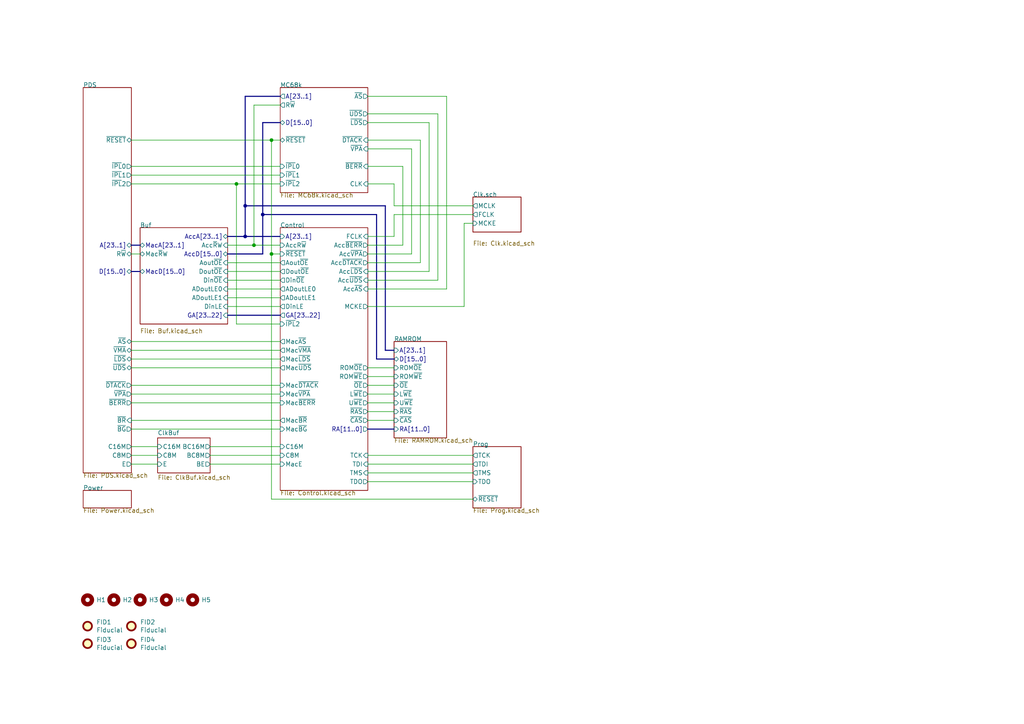
<source format=kicad_sch>
(kicad_sch (version 20230121) (generator eeschema)
  (paper "A4")
  (title_block (title "WarpSE (GW4410A)") (date "2024-03-27") (rev "1.0") (company "Garrett's Workshop"))
  (lib_symbols
    (symbol "Mechanical:Fiducial"
      (property "Reference" "FID" (at 0 5.08 0))
      (property "Value" "Fiducial" (at 0 3.175 0))
      (symbol "Fiducial_0_1"
        (circle (center 0 0) (radius 1.27) (stroke (width 0.508)) (fill (type background)))
      )
    )
    (symbol "Mechanical:MountingHole" (pin_names (offset 1.016))
      (property "Reference" "H" (at 0 5.08 0))
      (property "Value" "MountingHole" (at 0 3.175 0))
      (symbol "MountingHole_0_1"
        (circle (center 0 0) (radius 1.27) (stroke (width 1.27)))
      )
    )
  )
  (junction (at 73.66 71.12))
  (junction (at 78.74 73.66))
  (junction (at 71.12 59.69))
  (junction (at 68.58 53.34))
  (junction (at 71.12 68.58))
  (junction (at 76.2 62.23))
  (junction (at 78.74 40.64))
  (bus (pts (xy 71.12 27.94) (xy 71.12 59.69)))
  (wire (pts (xy 66.04 83.82) (xy 81.28 83.82)))
  (wire (pts (xy 38.1 134.62) (xy 45.72 134.62)))
  (wire (pts (xy 129.54 27.94) (xy 129.54 83.82)))
  (bus (pts (xy 109.22 62.23) (xy 76.2 62.23)))
  (wire (pts (xy 106.68 134.62) (xy 137.16 134.62)))
  (bus (pts (xy 71.12 59.69) (xy 71.12 68.58)))
  (wire (pts (xy 68.58 53.34) (xy 81.28 53.34)))
  (wire (pts (xy 106.68 27.94) (xy 129.54 27.94)))
  (wire (pts (xy 106.68 73.66) (xy 119.38 73.66)))
  (wire (pts (xy 78.74 40.64) (xy 81.28 40.64)))
  (wire (pts (xy 106.68 35.56) (xy 124.46 35.56)))
  (wire (pts (xy 73.66 30.48) (xy 81.28 30.48)))
  (wire (pts (xy 106.68 88.9) (xy 134.62 88.9)))
  (wire (pts (xy 66.04 78.74) (xy 81.28 78.74)))
  (wire (pts (xy 127 81.28) (xy 106.68 81.28)))
  (wire (pts (xy 106.68 109.22) (xy 114.3 109.22)))
  (wire (pts (xy 78.74 73.66) (xy 81.28 73.66)))
  (wire (pts (xy 38.1 50.8) (xy 81.28 50.8)))
  (wire (pts (xy 38.1 101.6) (xy 81.28 101.6)))
  (wire (pts (xy 124.46 35.56) (xy 124.46 78.74)))
  (wire (pts (xy 106.68 137.16) (xy 137.16 137.16)))
  (bus (pts (xy 38.1 78.74) (xy 40.64 78.74)))
  (wire (pts (xy 60.96 134.62) (xy 81.28 134.62)))
  (wire (pts (xy 38.1 114.3) (xy 81.28 114.3)))
  (wire (pts (xy 81.28 93.98) (xy 68.58 93.98)))
  (wire (pts (xy 106.68 33.02) (xy 127 33.02)))
  (wire (pts (xy 68.58 93.98) (xy 68.58 53.34)))
  (bus (pts (xy 81.28 35.56) (xy 76.2 35.56)))
  (bus (pts (xy 114.3 104.14) (xy 109.22 104.14)))
  (wire (pts (xy 106.68 121.92) (xy 114.3 121.92)))
  (bus (pts (xy 111.76 101.6) (xy 114.3 101.6)))
  (bus (pts (xy 66.04 91.44) (xy 81.28 91.44)))
  (wire (pts (xy 38.1 116.84) (xy 81.28 116.84)))
  (bus (pts (xy 71.12 68.58) (xy 81.28 68.58)))
  (bus (pts (xy 76.2 73.66) (xy 66.04 73.66)))
  (bus (pts (xy 38.1 71.12) (xy 40.64 71.12)))
  (wire (pts (xy 38.1 111.76) (xy 81.28 111.76)))
  (wire (pts (xy 38.1 121.92) (xy 81.28 121.92)))
  (wire (pts (xy 38.1 53.34) (xy 68.58 53.34)))
  (bus (pts (xy 71.12 59.69) (xy 111.76 59.69)))
  (wire (pts (xy 38.1 124.46) (xy 81.28 124.46)))
  (wire (pts (xy 106.68 114.3) (xy 114.3 114.3)))
  (wire (pts (xy 119.38 43.18) (xy 119.38 73.66)))
  (wire (pts (xy 38.1 48.26) (xy 81.28 48.26)))
  (wire (pts (xy 114.3 62.23) (xy 137.16 62.23)))
  (wire (pts (xy 106.68 119.38) (xy 114.3 119.38)))
  (wire (pts (xy 38.1 132.08) (xy 45.72 132.08)))
  (wire (pts (xy 106.68 43.18) (xy 119.38 43.18)))
  (bus (pts (xy 106.68 124.46) (xy 114.3 124.46)))
  (wire (pts (xy 73.66 30.48) (xy 73.66 71.12)))
  (wire (pts (xy 60.96 129.54) (xy 81.28 129.54)))
  (wire (pts (xy 73.66 71.12) (xy 66.04 71.12)))
  (wire (pts (xy 78.74 73.66) (xy 78.74 144.78)))
  (wire (pts (xy 114.3 53.34) (xy 114.3 59.69)))
  (wire (pts (xy 106.68 68.58) (xy 114.3 68.58)))
  (wire (pts (xy 106.68 139.7) (xy 137.16 139.7)))
  (wire (pts (xy 116.84 71.12) (xy 106.68 71.12)))
  (bus (pts (xy 111.76 59.69) (xy 111.76 101.6)))
  (wire (pts (xy 73.66 71.12) (xy 81.28 71.12)))
  (wire (pts (xy 137.16 64.77) (xy 134.62 64.77)))
  (wire (pts (xy 38.1 99.06) (xy 81.28 99.06)))
  (wire (pts (xy 106.68 111.76) (xy 114.3 111.76)))
  (bus (pts (xy 76.2 62.23) (xy 76.2 73.66)))
  (wire (pts (xy 66.04 86.36) (xy 81.28 86.36)))
  (wire (pts (xy 121.92 40.64) (xy 121.92 76.2)))
  (wire (pts (xy 60.96 132.08) (xy 81.28 132.08)))
  (wire (pts (xy 106.68 132.08) (xy 137.16 132.08)))
  (bus (pts (xy 81.28 27.94) (xy 71.12 27.94)))
  (wire (pts (xy 106.68 48.26) (xy 116.84 48.26)))
  (wire (pts (xy 38.1 40.64) (xy 78.74 40.64)))
  (bus (pts (xy 71.12 68.58) (xy 66.04 68.58)))
  (wire (pts (xy 106.68 116.84) (xy 114.3 116.84)))
  (wire (pts (xy 129.54 83.82) (xy 106.68 83.82)))
  (wire (pts (xy 114.3 62.23) (xy 114.3 68.58)))
  (wire (pts (xy 106.68 106.68) (xy 114.3 106.68)))
  (wire (pts (xy 124.46 78.74) (xy 106.68 78.74)))
  (bus (pts (xy 109.22 62.23) (xy 109.22 104.14)))
  (wire (pts (xy 116.84 48.26) (xy 116.84 71.12)))
  (wire (pts (xy 38.1 104.14) (xy 81.28 104.14)))
  (wire (pts (xy 66.04 88.9) (xy 81.28 88.9)))
  (wire (pts (xy 38.1 73.66) (xy 40.64 73.66)))
  (wire (pts (xy 78.74 144.78) (xy 137.16 144.78)))
  (wire (pts (xy 134.62 64.77) (xy 134.62 88.9)))
  (wire (pts (xy 66.04 76.2) (xy 81.28 76.2)))
  (wire (pts (xy 78.74 40.64) (xy 78.74 73.66)))
  (wire (pts (xy 106.68 40.64) (xy 121.92 40.64)))
  (bus (pts (xy 76.2 35.56) (xy 76.2 62.23)))
  (wire (pts (xy 127 33.02) (xy 127 81.28)))
  (wire (pts (xy 38.1 129.54) (xy 45.72 129.54)))
  (wire (pts (xy 114.3 59.69) (xy 137.16 59.69)))
  (wire (pts (xy 38.1 106.68) (xy 81.28 106.68)))
  (wire (pts (xy 66.04 81.28) (xy 81.28 81.28)))
  (wire (pts (xy 114.3 53.34) (xy 106.68 53.34)))
  (wire (pts (xy 121.92 76.2) (xy 106.68 76.2)))
  (symbol (lib_id "Mechanical:MountingHole") (at 55.88 173.99 0) (unit 1)
    (property "Reference" "H5" (at 58.42 173.99 0) (effects (justify left)))
    (property "Value" " " (at 58.42 175.006 0) (effects (justify left)))
    (property "Footprint" "stdpads:PasteHole_1.152mm_NPTH" (effects hide))
  )
  (symbol (lib_id "Mechanical:Fiducial") (at 25.4 181.61 0) (unit 1)
    (property "Reference" "FID1" (at 27.94 180.4416 0) (effects (justify left)))
    (property "Value" "Fiducial" (at 27.94 182.753 0) (effects (justify left)))
    (property "Footprint" "stdpads:Fiducial" (effects hide))
  )
  (symbol (lib_id "Mechanical:Fiducial") (at 38.1 181.61 0) (unit 1)
    (property "Reference" "FID2" (at 40.64 180.4416 0) (effects (justify left)))
    (property "Value" "Fiducial" (at 40.64 182.753 0) (effects (justify left)))
    (property "Footprint" "stdpads:Fiducial" (effects hide))
  )
  (symbol (lib_id "Mechanical:Fiducial") (at 25.4 186.69 0) (unit 1)
    (property "Reference" "FID3" (at 27.94 185.5216 0) (effects (justify left)))
    (property "Value" "Fiducial" (at 27.94 187.833 0) (effects (justify left)))
    (property "Footprint" "stdpads:Fiducial" (effects hide))
  )
  (symbol (lib_id "Mechanical:Fiducial") (at 38.1 186.69 0) (unit 1)
    (property "Reference" "FID4" (at 40.64 185.5216 0) (effects (justify left)))
    (property "Value" "Fiducial" (at 40.64 187.833 0) (effects (justify left)))
    (property "Footprint" "stdpads:Fiducial" (effects hide))
  )
  (symbol (lib_id "Mechanical:MountingHole") (at 25.4 173.99 0) (unit 1)
    (property "Reference" "H1" (at 27.94 173.99 0) (effects (justify left)))
    (property "Value" " " (at 27.94 175.006 0) (effects (justify left)))
    (property "Footprint" "stdpads:PasteHole_1.152mm_NPTH" (effects hide))
  )
  (symbol (lib_id "Mechanical:MountingHole") (at 33.02 173.99 0) (unit 1)
    (property "Reference" "H2" (at 35.56 173.99 0) (effects (justify left)))
    (property "Value" " " (at 35.56 175.006 0) (effects (justify left)))
    (property "Footprint" "stdpads:PasteHole_1.152mm_NPTH" (effects hide))
  )
  (symbol (lib_id "Mechanical:MountingHole") (at 40.64 173.99 0) (unit 1)
    (property "Reference" "H3" (at 43.18 173.99 0) (effects (justify left)))
    (property "Value" " " (at 43.18 175.006 0) (effects (justify left)))
    (property "Footprint" "stdpads:PasteHole_1.152mm_NPTH" (effects hide))
  )
  (symbol (lib_id "Mechanical:MountingHole") (at 48.26 173.99 0) (unit 1)
    (property "Reference" "H4" (at 50.8 173.99 0) (effects (justify left)))
    (property "Value" " " (at 50.8 175.006 0) (effects (justify left)))
    (property "Footprint" "stdpads:PasteHole_1.152mm_NPTH" (effects hide))
  )
  (sheet (at 24.13 25.4) (size 13.97 111.76)
    (property "Sheetname" "PDS" (at 24.13 25.4 0) (effects (justify left bottom)))
    (property "Sheetfile" "PDS.kicad_sch" (at 24.13 137.16 0) (effects (justify left top)))
    (pin "A[23..1]" bidirectional (at 38.1 71.12 0))
    (pin "D[15..0]" bidirectional (at 38.1 78.74 0))
    (pin "~{AS}" bidirectional (at 38.1 99.06 0))
    (pin "~{LDS}" bidirectional (at 38.1 104.14 0))
    (pin "~{UDS}" bidirectional (at 38.1 106.68 0))
    (pin "R~{W}" bidirectional (at 38.1 73.66 0))
    (pin "~{VMA}" bidirectional (at 38.1 101.6 0))
    (pin "~{VPA}" output (at 38.1 114.3 0))
    (pin "~{DTACK}" output (at 38.1 111.76 0))
    (pin "~{RESET}" bidirectional (at 38.1 40.64 0))
    (pin "~{IPL}0" output (at 38.1 48.26 0))
    (pin "~{IPL}1" output (at 38.1 50.8 0))
    (pin "~{IPL}2" output (at 38.1 53.34 0))
    (pin "~{BERR}" output (at 38.1 116.84 0))
    (pin "E" output (at 38.1 134.62 0))
    (pin "C8M" output (at 38.1 132.08 0))
    (pin "C16M" output (at 38.1 129.54 0))
    (pin "~{BG}" output (at 38.1 124.46 0))
    (pin "~{BR}" input (at 38.1 121.92 0))
  )
  (sheet (at 81.28 66.04) (size 25.4 76.2)
    (property "Sheetname" "Control" (at 81.28 66.04 0) (effects (justify left bottom)))
    (property "Sheetfile" "Control.kicad_sch" (at 81.28 142.24 0) (effects (justify left top)))
    (pin "~{RESET}" input (at 81.28 73.66 180))
    (pin "FCLK" input (at 106.68 68.58 0))
    (pin "Mac~{AS}" output (at 81.28 99.06 180))
    (pin "Mac~{VMA}" output (at 81.28 101.6 180))
    (pin "Mac~{DTACK}" input (at 81.28 111.76 180))
    (pin "Mac~{VPA}" input (at 81.28 114.3 180))
    (pin "Mac~{BERR}" input (at 81.28 116.84 180))
    (pin "MacE" input (at 81.28 134.62 180))
    (pin "C8M" input (at 81.28 132.08 180))
    (pin "C16M" input (at 81.28 129.54 180))
    (pin "Acc~{DTACK}" output (at 106.68 76.2 0))
    (pin "Acc~{BERR}" output (at 106.68 71.12 0))
    (pin "Acc~{UDS}" input (at 106.68 81.28 0))
    (pin "Acc~{LDS}" input (at 106.68 78.74 0))
    (pin "Acc~{AS}" input (at 106.68 83.82 0))
    (pin "~{OE}" output (at 106.68 111.76 0))
    (pin "Mac~{UDS}" output (at 81.28 106.68 180))
    (pin "Mac~{LDS}" output (at 81.28 104.14 180))
    (pin "Acc~{VPA}" output (at 106.68 73.66 0))
    (pin "AccR~{W}" input (at 81.28 71.12 180))
    (pin "L~{WE}" output (at 106.68 114.3 0))
    (pin "U~{WE}" output (at 106.68 116.84 0))
    (pin "~{RAS}" output (at 106.68 119.38 0))
    (pin "~{CAS}" output (at 106.68 121.92 0))
    (pin "ROM~{OE}" output (at 106.68 106.68 0))
    (pin "DinLE" output (at 81.28 88.9 180))
    (pin "Dout~{OE}" output (at 81.28 78.74 180))
    (pin "Aout~{OE}" output (at 81.28 76.2 180))
    (pin "Din~{OE}" output (at 81.28 81.28 180))
    (pin "RA[11..0]" output (at 106.68 124.46 0))
    (pin "A[23..1]" input (at 81.28 68.58 180))
    (pin "ADoutLE0" output (at 81.28 83.82 180))
    (pin "ADoutLE1" output (at 81.28 86.36 180))
    (pin "ROM~{WE}" output (at 106.68 109.22 0))
    (pin "TDI" input (at 106.68 134.62 0))
    (pin "TMS" input (at 106.68 137.16 0))
    (pin "TCK" input (at 106.68 132.08 0))
    (pin "TDO" output (at 106.68 139.7 0))
    (pin "Mac~{BR}" output (at 81.28 121.92 180))
    (pin "Mac~{BG}" input (at 81.28 124.46 180))
    (pin "~{IPL}2" input (at 81.28 93.98 180))
    (pin "MCKE" output (at 106.68 88.9 0))
    (pin "GA[23..22]" output (at 81.28 91.44 180))
  )
  (sheet (at 114.3 99.06) (size 15.24 27.94)
    (property "Sheetname" "RAMROM" (at 114.3 99.06 0) (effects (justify left bottom)))
    (property "Sheetfile" "RAMROM.kicad_sch" (at 114.3 127 0) (effects (justify left top)))
    (pin "~{RAS}" input (at 114.3 119.38 180))
    (pin "D[15..0]" bidirectional (at 114.3 104.14 180))
    (pin "~{CAS}" input (at 114.3 121.92 180))
    (pin "~{OE}" input (at 114.3 111.76 180))
    (pin "RA[11..0]" input (at 114.3 124.46 180))
    (pin "L~{WE}" input (at 114.3 114.3 180))
    (pin "U~{WE}" input (at 114.3 116.84 180))
    (pin "ROM~{OE}" input (at 114.3 106.68 180))
    (pin "A[23..1]" input (at 114.3 101.6 180))
    (pin "ROM~{WE}" input (at 114.3 109.22 180))
  )
  (sheet (at 81.28 25.4) (size 25.4 30.48)
    (property "Sheetname" "MC68k" (at 81.28 25.4 0) (effects (justify left bottom)))
    (property "Sheetfile" "MC68k.kicad_sch" (at 81.28 55.88 0) (effects (justify left top)))
    (pin "A[23..1]" output (at 81.28 27.94 180))
    (pin "D[15..0]" bidirectional (at 81.28 35.56 180))
    (pin "~{AS}" output (at 106.68 27.94 0))
    (pin "R~{W}" output (at 81.28 30.48 180))
    (pin "~{LDS}" output (at 106.68 35.56 0))
    (pin "~{UDS}" output (at 106.68 33.02 0))
    (pin "~{DTACK}" input (at 106.68 40.64 0))
    (pin "~{VPA}" input (at 106.68 43.18 0))
    (pin "~{RESET}" bidirectional (at 81.28 40.64 180))
    (pin "~{BERR}" input (at 106.68 48.26 0))
    (pin "~{IPL}0" input (at 81.28 48.26 180))
    (pin "~{IPL}1" input (at 81.28 50.8 180))
    (pin "~{IPL}2" input (at 81.28 53.34 180))
    (pin "CLK" input (at 106.68 53.34 0))
  )
  (sheet (at 40.64 66.04) (size 25.4 27.94)
    (property "Sheetname" "Buf" (at 40.64 66.04 0) (effects (justify left bottom)))
    (property "Sheetfile" "Buf.kicad_sch" (at 40.64 95.25 0) (effects (justify left top)))
    (pin "AccA[23..1]" bidirectional (at 66.04 68.58 0))
    (pin "MacA[23..1]" bidirectional (at 40.64 71.12 180))
    (pin "AccD[15..0]" bidirectional (at 66.04 73.66 0))
    (pin "MacD[15..0]" bidirectional (at 40.64 78.74 180))
    (pin "Dout~{OE}" input (at 66.04 78.74 0))
    (pin "Din~{OE}" input (at 66.04 81.28 0))
    (pin "DinLE" input (at 66.04 88.9 0))
    (pin "Aout~{OE}" input (at 66.04 76.2 0))
    (pin "Mac~{R}W" tri_state (at 40.64 73.66 180))
    (pin "Acc~{R}W" input (at 66.04 71.12 0))
    (pin "ADoutLE0" input (at 66.04 83.82 0))
    (pin "ADoutLE1" input (at 66.04 86.36 0))
    (pin "GA[23..22]" input (at 66.04 91.44 0))
  )
  (sheet (at 137.16 57.15) (size 13.97 10.16)
    (property "Sheetname" "Clk.sch" (at 137.16 57.15 0) (effects (justify left bottom)))
    (property "Sheetfile" "Clk.kicad_sch" (at 137.16 69.85 0) (effects (justify left top)))
    (pin "MCLK" output (at 137.16 59.69 180))
    (pin "FCLK" output (at 137.16 62.23 180))
    (pin "MCKE" input (at 137.16 64.77 180))
  )
  (sheet (at 137.16 129.54) (size 13.97 17.78)
    (property "Sheetname" "Prog" (at 137.16 129.54 0) (effects (justify left bottom)))
    (property "Sheetfile" "Prog.kicad_sch" (at 137.16 147.32 0) (effects (justify left top)))
    (pin "TCK" output (at 137.16 132.08 180))
    (pin "TDI" output (at 137.16 134.62 180))
    (pin "TMS" output (at 137.16 137.16 180))
    (pin "TDO" input (at 137.16 139.7 180))
    (pin "~{RESET}" tri_state (at 137.16 144.78 180))
  )
  (sheet (at 24.13 142.24) (size 13.97 5.08)
    (property "Sheetname" "Power" (at 24.13 142.24 0) (effects (justify left bottom)))
    (property "Sheetfile" "Power.kicad_sch" (at 24.13 147.32 0) (effects (justify left top)))
  )
  (sheet (at 45.72 127) (size 15.24 10.16) (stroke (width 0.1524))
    (property "Sheetname" "ClkBuf" (at 45.72 126.2884 0) (effects (justify left bottom)))
    (property "Sheetfile" "ClkBuf.kicad_sch" (at 45.72 137.7446 0) (effects (justify left top)))
    (pin "BC16M" output (at 60.96 129.54 0))
    (pin "C16M" input (at 45.72 129.54 180))
    (pin "BE" output (at 60.96 134.62 0))
    (pin "E" input (at 45.72 134.62 180))
    (pin "BC8M" output (at 60.96 132.08 0))
    (pin "C8M" input (at 45.72 132.08 180))
  )
)
</source>
